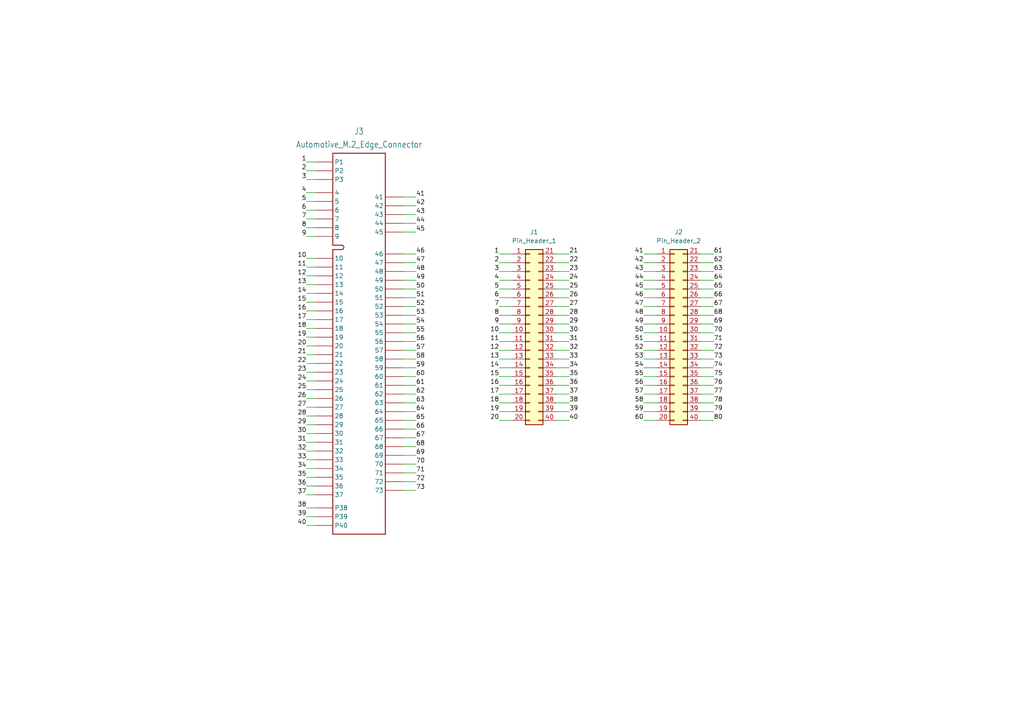
<source format=kicad_sch>
(kicad_sch (version 20230121) (generator eeschema)
  (paper "A4")
  (lib_symbols
    (symbol "Connector_Generic:Conn_02x20_Top_Bottom" (pin_names (offset 1.016) hide)
      (property "Reference" "J" (at 1.27 25.4 0))
      (property "Value" "Conn_02x20_Top_Bottom" (at 1.27 -27.94 0))
      (symbol "Conn_02x20_Top_Bottom_1_1"
        (rectangle (start -1.27 -25.273) (end 0 -25.527) (stroke (width 0.1524)))
        (rectangle (start -1.27 -22.733) (end 0 -22.987) (stroke (width 0.1524)))
        (rectangle (start -1.27 -20.193) (end 0 -20.447) (stroke (width 0.1524)))
        (rectangle (start -1.27 -17.653) (end 0 -17.907) (stroke (width 0.1524)))
        (rectangle (start -1.27 -15.113) (end 0 -15.367) (stroke (width 0.1524)))
        (rectangle (start -1.27 -12.573) (end 0 -12.827) (stroke (width 0.1524)))
        (rectangle (start -1.27 -10.033) (end 0 -10.287) (stroke (width 0.1524)))
        (rectangle (start -1.27 -7.493) (end 0 -7.747) (stroke (width 0.1524)))
        (rectangle (start -1.27 -4.953) (end 0 -5.207) (stroke (width 0.1524)))
        (rectangle (start -1.27 -2.413) (end 0 -2.667) (stroke (width 0.1524)))
        (rectangle (start -1.27 0.127) (end 0 -0.127) (stroke (width 0.1524)))
        (rectangle (start -1.27 2.667) (end 0 2.413) (stroke (width 0.1524)))
        (rectangle (start -1.27 5.207) (end 0 4.953) (stroke (width 0.1524)))
        (rectangle (start -1.27 7.747) (end 0 7.493) (stroke (width 0.1524)))
        (rectangle (start -1.27 10.287) (end 0 10.033) (stroke (width 0.1524)))
        (rectangle (start -1.27 12.827) (end 0 12.573) (stroke (width 0.1524)))
        (rectangle (start -1.27 15.367) (end 0 15.113) (stroke (width 0.1524)))
        (rectangle (start -1.27 17.907) (end 0 17.653) (stroke (width 0.1524)))
        (rectangle (start -1.27 20.447) (end 0 20.193) (stroke (width 0.1524)))
        (rectangle (start -1.27 22.987) (end 0 22.733) (stroke (width 0.1524)))
        (rectangle (start -1.27 24.13) (end 3.81 -26.67) (stroke (width 0.254)) (fill (type background)))
        (rectangle (start 3.81 -25.273) (end 2.54 -25.527) (stroke (width 0.1524)))
        (rectangle (start 3.81 -22.733) (end 2.54 -22.987) (stroke (width 0.1524)))
        (rectangle (start 3.81 -20.193) (end 2.54 -20.447) (stroke (width 0.1524)))
        (rectangle (start 3.81 -17.653) (end 2.54 -17.907) (stroke (width 0.1524)))
        (rectangle (start 3.81 -15.113) (end 2.54 -15.367) (stroke (width 0.1524)))
        (rectangle (start 3.81 -12.573) (end 2.54 -12.827) (stroke (width 0.1524)))
        (rectangle (start 3.81 -10.033) (end 2.54 -10.287) (stroke (width 0.1524)))
        (rectangle (start 3.81 -7.493) (end 2.54 -7.747) (stroke (width 0.1524)))
        (rectangle (start 3.81 -4.953) (end 2.54 -5.207) (stroke (width 0.1524)))
        (rectangle (start 3.81 -2.413) (end 2.54 -2.667) (stroke (width 0.1524)))
        (rectangle (start 3.81 0.127) (end 2.54 -0.127) (stroke (width 0.1524)))
        (rectangle (start 3.81 2.667) (end 2.54 2.413) (stroke (width 0.1524)))
        (rectangle (start 3.81 5.207) (end 2.54 4.953) (stroke (width 0.1524)))
        (rectangle (start 3.81 7.747) (end 2.54 7.493) (stroke (width 0.1524)))
        (rectangle (start 3.81 10.287) (end 2.54 10.033) (stroke (width 0.1524)))
        (rectangle (start 3.81 12.827) (end 2.54 12.573) (stroke (width 0.1524)))
        (rectangle (start 3.81 15.367) (end 2.54 15.113) (stroke (width 0.1524)))
        (rectangle (start 3.81 17.907) (end 2.54 17.653) (stroke (width 0.1524)))
        (rectangle (start 3.81 20.447) (end 2.54 20.193) (stroke (width 0.1524)))
        (rectangle (start 3.81 22.987) (end 2.54 22.733) (stroke (width 0.1524)))
        (pin passive line (at -5.08 22.86 0) (length 3.81) (name "Pin_1") (number "1"))
        (pin passive line (at -5.08 0 0) (length 3.81) (name "Pin_10") (number "10"))
        (pin passive line (at -5.08 -2.54 0) (length 3.81) (name "Pin_11") (number "11"))
        (pin passive line (at -5.08 -5.08 0) (length 3.81) (name "Pin_12") (number "12"))
        (pin passive line (at -5.08 -7.62 0) (length 3.81) (name "Pin_13") (number "13"))
        (pin passive line (at -5.08 -10.16 0) (length 3.81) (name "Pin_14") (number "14"))
        (pin passive line (at -5.08 -12.7 0) (length 3.81) (name "Pin_15") (number "15"))
        (pin passive line (at -5.08 -15.24 0) (length 3.81) (name "Pin_16") (number "16"))
        (pin passive line (at -5.08 -17.78 0) (length 3.81) (name "Pin_17") (number "17"))
        (pin passive line (at -5.08 -20.32 0) (length 3.81) (name "Pin_18") (number "18"))
        (pin passive line (at -5.08 -22.86 0) (length 3.81) (name "Pin_19") (number "19"))
        (pin passive line (at -5.08 20.32 0) (length 3.81) (name "Pin_2") (number "2"))
        (pin passive line (at -5.08 -25.4 0) (length 3.81) (name "Pin_20") (number "20"))
        (pin passive line (at 7.62 22.86 180) (length 3.81) (name "Pin_21") (number "21"))
        (pin passive line (at 7.62 20.32 180) (length 3.81) (name "Pin_22") (number "22"))
        (pin passive line (at 7.62 17.78 180) (length 3.81) (name "Pin_23") (number "23"))
        (pin passive line (at 7.62 15.24 180) (length 3.81) (name "Pin_24") (number "24"))
        (pin passive line (at 7.62 12.7 180) (length 3.81) (name "Pin_25") (number "25"))
        (pin passive line (at 7.62 10.16 180) (length 3.81) (name "Pin_26") (number "26"))
        (pin passive line (at 7.62 7.62 180) (length 3.81) (name "Pin_27") (number "27"))
        (pin passive line (at 7.62 5.08 180) (length 3.81) (name "Pin_28") (number "28"))
        (pin passive line (at 7.62 2.54 180) (length 3.81) (name "Pin_29") (number "29"))
        (pin passive line (at -5.08 17.78 0) (length 3.81) (name "Pin_3") (number "3"))
        (pin passive line (at 7.62 0 180) (length 3.81) (name "Pin_30") (number "30"))
        (pin passive line (at 7.62 -2.54 180) (length 3.81) (name "Pin_31") (number "31"))
        (pin passive line (at 7.62 -5.08 180) (length 3.81) (name "Pin_32") (number "32"))
        (pin passive line (at 7.62 -7.62 180) (length 3.81) (name "Pin_33") (number "33"))
        (pin passive line (at 7.62 -10.16 180) (length 3.81) (name "Pin_34") (number "34"))
        (pin passive line (at 7.62 -12.7 180) (length 3.81) (name "Pin_35") (number "35"))
        (pin passive line (at 7.62 -15.24 180) (length 3.81) (name "Pin_36") (number "36"))
        (pin passive line (at 7.62 -17.78 180) (length 3.81) (name "Pin_37") (number "37"))
        (pin passive line (at 7.62 -20.32 180) (length 3.81) (name "Pin_38") (number "38"))
        (pin passive line (at 7.62 -22.86 180) (length 3.81) (name "Pin_39") (number "39"))
        (pin passive line (at -5.08 15.24 0) (length 3.81) (name "Pin_4") (number "4"))
        (pin passive line (at 7.62 -25.4 180) (length 3.81) (name "Pin_40") (number "40"))
        (pin passive line (at -5.08 12.7 0) (length 3.81) (name "Pin_5") (number "5"))
        (pin passive line (at -5.08 10.16 0) (length 3.81) (name "Pin_6") (number "6"))
        (pin passive line (at -5.08 7.62 0) (length 3.81) (name "Pin_7") (number "7"))
        (pin passive line (at -5.08 5.08 0) (length 3.81) (name "Pin_8") (number "8"))
        (pin passive line (at -5.08 2.54 0) (length 3.81) (name "Pin_9") (number "9"))
      )
    )
    (symbol "formula:Automotive_M.2_Edge_Connector"
      (property "Reference" "J?" (at 1.27 49.53 0))
      (property "Value" "Automotive_M.2_Edge_Connector" (at 7.62 45.72 0))
      (symbol "Automotive_M.2_Edge_Connector_0_1"
        (arc (start -5.0436 15.2415) (mid -4.4198 15.8765) (end -5.0436 16.5115) (stroke (width 0.25)))
        (polyline (pts (xy -7.62 15.24) (xy -5.08 15.24)) (stroke (width 0.25)))
        (polyline (pts (xy -7.62 16.51) (xy -5.08 16.51)) (stroke (width 0.25)))
        (polyline (pts (xy -7.62 43.18) (xy -7.62 16.51)) (stroke (width 0.25)))
        (polyline (pts (xy 7.62 -67.31) (xy -7.62 -67.31)) (stroke (width 0.25)))
      )
      (symbol "Automotive_M.2_Edge_Connector_1_0"
        (polyline (pts (xy -7.62 -67.31) (xy -7.62 15.24)) (stroke (width 0.254)))
        (polyline (pts (xy 7.62 43.18) (xy -7.62 43.18)) (stroke (width 0.254)))
        (polyline (pts (xy 7.62 43.18) (xy 7.62 -67.31)) (stroke (width 0.254)))
        (pin bidirectional line (at -12.7 12.7 0) (length 5.08) (name "10") (number "10"))
        (pin bidirectional line (at -12.7 10.16 0) (length 5.08) (name "11") (number "11"))
        (pin bidirectional line (at -12.7 7.62 0) (length 5.08) (name "12") (number "12"))
        (pin bidirectional line (at -12.7 5.08 0) (length 5.08) (name "13") (number "13"))
        (pin bidirectional line (at -12.7 2.54 0) (length 5.08) (name "14") (number "14"))
        (pin bidirectional line (at -12.7 0 0) (length 5.08) (name "15") (number "15"))
        (pin bidirectional line (at -12.7 -2.54 0) (length 5.08) (name "16") (number "16"))
        (pin bidirectional line (at -12.7 -5.08 0) (length 5.08) (name "17") (number "17"))
        (pin bidirectional line (at -12.7 -7.62 0) (length 5.08) (name "18") (number "18"))
        (pin bidirectional line (at -12.7 -10.16 0) (length 5.08) (name "19") (number "19"))
        (pin bidirectional line (at -12.7 -12.7 0) (length 5.08) (name "20") (number "20"))
        (pin bidirectional line (at -12.7 -15.24 0) (length 5.08) (name "21") (number "21"))
        (pin bidirectional line (at -12.7 -17.78 0) (length 5.08) (name "22") (number "22"))
        (pin bidirectional line (at -12.7 -20.32 0) (length 5.08) (name "23") (number "23"))
        (pin bidirectional line (at -12.7 -22.86 0) (length 5.08) (name "24") (number "24"))
        (pin bidirectional line (at -12.7 -25.4 0) (length 5.08) (name "25") (number "25"))
        (pin bidirectional line (at -12.7 -27.94 0) (length 5.08) (name "26") (number "26"))
        (pin bidirectional line (at -12.7 -30.48 0) (length 5.08) (name "27") (number "27"))
        (pin bidirectional line (at -12.7 -33.02 0) (length 5.08) (name "28") (number "28"))
        (pin bidirectional line (at -12.7 -35.56 0) (length 5.08) (name "29") (number "29"))
        (pin bidirectional line (at -12.7 -38.1 0) (length 5.08) (name "30") (number "30"))
        (pin bidirectional line (at -12.7 -40.64 0) (length 5.08) (name "31") (number "31"))
        (pin bidirectional line (at -12.7 -43.18 0) (length 5.08) (name "32") (number "32"))
        (pin bidirectional line (at -12.7 -45.72 0) (length 5.08) (name "33") (number "33"))
        (pin bidirectional line (at -12.7 -48.26 0) (length 5.08) (name "34") (number "34"))
        (pin bidirectional line (at -12.7 -50.8 0) (length 5.08) (name "35") (number "35"))
        (pin bidirectional line (at -12.7 -53.34 0) (length 5.08) (name "36") (number "36"))
        (pin bidirectional line (at -12.7 -55.88 0) (length 5.08) (name "37") (number "37"))
        (pin bidirectional line (at -12.7 31.75 0) (length 5.08) (name "4") (number "4"))
        (pin bidirectional line (at 12.7 30.48 180) (length 5.08) (name "41") (number "41"))
        (pin bidirectional line (at 12.7 27.94 180) (length 5.08) (name "42") (number "42"))
        (pin bidirectional line (at 12.7 25.4 180) (length 5.08) (name "43") (number "43"))
        (pin bidirectional line (at 12.7 22.86 180) (length 5.08) (name "44") (number "44"))
        (pin bidirectional line (at 12.7 20.32 180) (length 5.08) (name "45") (number "45"))
        (pin bidirectional line (at 12.7 13.97 180) (length 5.08) (name "46") (number "46"))
        (pin bidirectional line (at 12.7 11.43 180) (length 5.08) (name "47") (number "47"))
        (pin bidirectional line (at 12.7 8.89 180) (length 5.08) (name "48") (number "48"))
        (pin bidirectional line (at 12.7 6.35 180) (length 5.08) (name "49") (number "49"))
        (pin bidirectional line (at -12.7 29.21 0) (length 5.08) (name "5") (number "5"))
        (pin bidirectional line (at 12.7 3.81 180) (length 5.08) (name "50") (number "50"))
        (pin bidirectional line (at 12.7 1.27 180) (length 5.08) (name "51") (number "51"))
        (pin bidirectional line (at 12.7 -1.27 180) (length 5.08) (name "52") (number "52"))
        (pin bidirectional line (at 12.7 -3.81 180) (length 5.08) (name "53") (number "53"))
        (pin bidirectional line (at 12.7 -6.35 180) (length 5.08) (name "54") (number "54"))
        (pin bidirectional line (at 12.7 -8.89 180) (length 5.08) (name "55") (number "55"))
        (pin bidirectional line (at 12.7 -11.43 180) (length 5.08) (name "56") (number "56"))
        (pin bidirectional line (at 12.7 -13.97 180) (length 5.08) (name "57") (number "57"))
        (pin bidirectional line (at 12.7 -16.51 180) (length 5.08) (name "58") (number "58"))
        (pin bidirectional line (at 12.7 -19.05 180) (length 5.08) (name "59") (number "59"))
        (pin bidirectional line (at -12.7 26.67 0) (length 5.08) (name "6") (number "6"))
        (pin bidirectional line (at 12.7 -21.59 180) (length 5.08) (name "60") (number "60"))
        (pin bidirectional line (at 12.7 -24.13 180) (length 5.08) (name "61") (number "61"))
        (pin bidirectional line (at 12.7 -26.67 180) (length 5.08) (name "62") (number "62"))
        (pin bidirectional line (at 12.7 -29.21 180) (length 5.08) (name "63") (number "63"))
        (pin bidirectional line (at 12.7 -31.75 180) (length 5.08) (name "64") (number "64"))
        (pin bidirectional line (at 12.7 -34.29 180) (length 5.08) (name "65") (number "65"))
        (pin bidirectional line (at 12.7 -36.83 180) (length 5.08) (name "66") (number "66"))
        (pin bidirectional line (at 12.7 -39.37 180) (length 5.08) (name "67") (number "67"))
        (pin bidirectional line (at 12.7 -41.91 180) (length 5.08) (name "68") (number "68"))
        (pin bidirectional line (at 12.7 -44.45 180) (length 5.08) (name "69") (number "69"))
        (pin bidirectional line (at -12.7 24.13 0) (length 5.08) (name "7") (number "7"))
        (pin bidirectional line (at 12.7 -46.99 180) (length 5.08) (name "70") (number "70"))
        (pin bidirectional line (at 12.7 -49.53 180) (length 5.08) (name "71") (number "71"))
        (pin bidirectional line (at 12.7 -52.07 180) (length 5.08) (name "72") (number "72"))
        (pin bidirectional line (at 12.7 -54.61 180) (length 5.08) (name "73") (number "73"))
        (pin bidirectional line (at -12.7 21.59 0) (length 5.08) (name "8") (number "8"))
        (pin bidirectional line (at -12.7 19.05 0) (length 5.08) (name "9") (number "9"))
        (pin bidirectional line (at -12.7 40.64 0) (length 5.08) (name "P1") (number "P1"))
        (pin bidirectional line (at -12.7 38.1 0) (length 5.08) (name "P2") (number "P2"))
        (pin bidirectional line (at -12.7 35.56 0) (length 5.08) (name "P3") (number "P3"))
        (pin bidirectional line (at -12.7 -59.69 0) (length 5.08) (name "P38") (number "P38"))
        (pin bidirectional line (at -12.7 -62.23 0) (length 5.08) (name "P39") (number "P39"))
        (pin bidirectional line (at -12.7 -64.77 0) (length 5.08) (name "P40") (number "P40"))
      )
    )
  )
  (wire (pts (xy 116.84 127) (xy 120.65 127)))
  (wire (pts (xy 88.9 113.03) (xy 91.44 113.03)))
  (wire (pts (xy 186.69 73.66) (xy 190.5 73.66)))
  (wire (pts (xy 120.65 62.23) (xy 116.84 62.23)))
  (wire (pts (xy 144.78 93.98) (xy 148.59 93.98)))
  (wire (pts (xy 203.2 76.2) (xy 207.01 76.2)))
  (wire (pts (xy 161.29 101.6) (xy 165.1 101.6)))
  (wire (pts (xy 203.2 91.44) (xy 207.01 91.44)))
  (wire (pts (xy 144.78 83.82) (xy 148.59 83.82)))
  (wire (pts (xy 88.9 125.73) (xy 91.44 125.73)))
  (wire (pts (xy 88.9 95.25) (xy 91.44 95.25)))
  (wire (pts (xy 144.78 106.68) (xy 148.59 106.68)))
  (wire (pts (xy 203.2 93.98) (xy 207.01 93.98)))
  (wire (pts (xy 203.2 106.68) (xy 207.01 106.68)))
  (wire (pts (xy 120.65 59.69) (xy 116.84 59.69)))
  (wire (pts (xy 120.65 93.98) (xy 116.84 93.98)))
  (wire (pts (xy 161.29 73.66) (xy 165.1 73.66)))
  (wire (pts (xy 203.2 78.74) (xy 207.01 78.74)))
  (wire (pts (xy 144.78 73.66) (xy 148.59 73.66)))
  (wire (pts (xy 161.29 78.74) (xy 165.1 78.74)))
  (wire (pts (xy 144.78 81.28) (xy 148.59 81.28)))
  (wire (pts (xy 186.69 119.38) (xy 190.5 119.38)))
  (wire (pts (xy 88.9 92.71) (xy 91.44 92.71)))
  (wire (pts (xy 88.9 118.11) (xy 91.44 118.11)))
  (wire (pts (xy 116.84 119.38) (xy 120.65 119.38)))
  (wire (pts (xy 88.9 49.53) (xy 91.44 49.53)))
  (wire (pts (xy 186.69 111.76) (xy 190.5 111.76)))
  (wire (pts (xy 88.9 147.32) (xy 91.44 147.32)))
  (wire (pts (xy 116.84 116.84) (xy 120.65 116.84)))
  (wire (pts (xy 88.9 140.97) (xy 91.44 140.97)))
  (wire (pts (xy 144.78 111.76) (xy 148.59 111.76)))
  (wire (pts (xy 88.9 85.09) (xy 91.44 85.09)))
  (wire (pts (xy 116.84 121.92) (xy 120.65 121.92)))
  (wire (pts (xy 120.65 76.2) (xy 116.84 76.2)))
  (wire (pts (xy 161.29 91.44) (xy 165.1 91.44)))
  (wire (pts (xy 203.2 73.66) (xy 207.01 73.66)))
  (wire (pts (xy 186.69 101.6) (xy 190.5 101.6)))
  (wire (pts (xy 203.2 88.9) (xy 207.01 88.9)))
  (wire (pts (xy 88.9 97.79) (xy 91.44 97.79)))
  (wire (pts (xy 161.29 116.84) (xy 165.1 116.84)))
  (wire (pts (xy 88.9 74.93) (xy 91.44 74.93)))
  (wire (pts (xy 88.9 87.63) (xy 91.44 87.63)))
  (wire (pts (xy 203.2 111.76) (xy 207.01 111.76)))
  (wire (pts (xy 203.2 104.14) (xy 207.01 104.14)))
  (wire (pts (xy 144.78 86.36) (xy 148.59 86.36)))
  (wire (pts (xy 186.69 86.36) (xy 190.5 86.36)))
  (wire (pts (xy 161.29 111.76) (xy 165.1 111.76)))
  (wire (pts (xy 161.29 83.82) (xy 165.1 83.82)))
  (wire (pts (xy 203.2 114.3) (xy 207.01 114.3)))
  (wire (pts (xy 120.65 104.14) (xy 116.84 104.14)))
  (wire (pts (xy 116.84 137.16) (xy 120.65 137.16)))
  (wire (pts (xy 120.65 81.28) (xy 116.84 81.28)))
  (wire (pts (xy 161.29 104.14) (xy 165.1 104.14)))
  (wire (pts (xy 88.9 138.43) (xy 91.44 138.43)))
  (wire (pts (xy 144.78 91.44) (xy 148.59 91.44)))
  (wire (pts (xy 88.9 135.89) (xy 91.44 135.89)))
  (wire (pts (xy 88.9 120.65) (xy 91.44 120.65)))
  (wire (pts (xy 120.65 73.66) (xy 116.84 73.66)))
  (wire (pts (xy 144.78 88.9) (xy 148.59 88.9)))
  (wire (pts (xy 186.69 78.74) (xy 190.5 78.74)))
  (wire (pts (xy 203.2 83.82) (xy 207.01 83.82)))
  (wire (pts (xy 116.84 139.7) (xy 120.65 139.7)))
  (wire (pts (xy 116.84 132.08) (xy 120.65 132.08)))
  (wire (pts (xy 161.29 86.36) (xy 165.1 86.36)))
  (wire (pts (xy 186.69 91.44) (xy 190.5 91.44)))
  (wire (pts (xy 88.9 52.07) (xy 91.44 52.07)))
  (wire (pts (xy 88.9 90.17) (xy 91.44 90.17)))
  (wire (pts (xy 186.69 116.84) (xy 190.5 116.84)))
  (wire (pts (xy 203.2 96.52) (xy 207.01 96.52)))
  (wire (pts (xy 203.2 99.06) (xy 207.01 99.06)))
  (wire (pts (xy 161.29 76.2) (xy 165.1 76.2)))
  (wire (pts (xy 116.84 111.76) (xy 120.65 111.76)))
  (wire (pts (xy 186.69 104.14) (xy 190.5 104.14)))
  (wire (pts (xy 88.9 107.95) (xy 91.44 107.95)))
  (wire (pts (xy 186.69 83.82) (xy 190.5 83.82)))
  (wire (pts (xy 88.9 133.35) (xy 91.44 133.35)))
  (wire (pts (xy 186.69 88.9) (xy 190.5 88.9)))
  (wire (pts (xy 203.2 116.84) (xy 207.01 116.84)))
  (wire (pts (xy 88.9 60.96) (xy 91.44 60.96)))
  (wire (pts (xy 186.69 76.2) (xy 190.5 76.2)))
  (wire (pts (xy 144.78 76.2) (xy 148.59 76.2)))
  (wire (pts (xy 88.9 80.01) (xy 91.44 80.01)))
  (wire (pts (xy 120.65 78.74) (xy 116.84 78.74)))
  (wire (pts (xy 161.29 88.9) (xy 165.1 88.9)))
  (wire (pts (xy 120.65 101.6) (xy 116.84 101.6)))
  (wire (pts (xy 120.65 88.9) (xy 116.84 88.9)))
  (wire (pts (xy 203.2 81.28) (xy 207.01 81.28)))
  (wire (pts (xy 120.65 96.52) (xy 116.84 96.52)))
  (wire (pts (xy 88.9 58.42) (xy 91.44 58.42)))
  (wire (pts (xy 88.9 82.55) (xy 91.44 82.55)))
  (wire (pts (xy 203.2 109.22) (xy 207.01 109.22)))
  (wire (pts (xy 120.65 99.06) (xy 116.84 99.06)))
  (wire (pts (xy 161.29 106.68) (xy 165.1 106.68)))
  (wire (pts (xy 144.78 101.6) (xy 148.59 101.6)))
  (wire (pts (xy 203.2 86.36) (xy 207.01 86.36)))
  (wire (pts (xy 144.78 109.22) (xy 148.59 109.22)))
  (wire (pts (xy 144.78 121.92) (xy 148.59 121.92)))
  (wire (pts (xy 88.9 63.5) (xy 91.44 63.5)))
  (wire (pts (xy 161.29 81.28) (xy 165.1 81.28)))
  (wire (pts (xy 120.65 106.68) (xy 116.84 106.68)))
  (wire (pts (xy 88.9 102.87) (xy 91.44 102.87)))
  (wire (pts (xy 120.65 109.22) (xy 116.84 109.22)))
  (wire (pts (xy 161.29 96.52) (xy 165.1 96.52)))
  (wire (pts (xy 116.84 142.24) (xy 120.65 142.24)))
  (wire (pts (xy 186.69 109.22) (xy 190.5 109.22)))
  (wire (pts (xy 88.9 128.27) (xy 91.44 128.27)))
  (wire (pts (xy 161.29 119.38) (xy 165.1 119.38)))
  (wire (pts (xy 161.29 99.06) (xy 165.1 99.06)))
  (wire (pts (xy 88.9 55.88) (xy 91.44 55.88)))
  (wire (pts (xy 116.84 114.3) (xy 120.65 114.3)))
  (wire (pts (xy 88.9 105.41) (xy 91.44 105.41)))
  (wire (pts (xy 88.9 46.99) (xy 91.44 46.99)))
  (wire (pts (xy 88.9 149.86) (xy 91.44 149.86)))
  (wire (pts (xy 144.78 99.06) (xy 148.59 99.06)))
  (wire (pts (xy 116.84 129.54) (xy 120.65 129.54)))
  (wire (pts (xy 203.2 121.92) (xy 207.01 121.92)))
  (wire (pts (xy 144.78 104.14) (xy 148.59 104.14)))
  (wire (pts (xy 120.65 67.31) (xy 116.84 67.31)))
  (wire (pts (xy 144.78 78.74) (xy 148.59 78.74)))
  (wire (pts (xy 186.69 96.52) (xy 190.5 96.52)))
  (wire (pts (xy 203.2 119.38) (xy 207.01 119.38)))
  (wire (pts (xy 88.9 68.58) (xy 91.44 68.58)))
  (wire (pts (xy 161.29 114.3) (xy 165.1 114.3)))
  (wire (pts (xy 120.65 91.44) (xy 116.84 91.44)))
  (wire (pts (xy 161.29 121.92) (xy 165.1 121.92)))
  (wire (pts (xy 88.9 66.04) (xy 91.44 66.04)))
  (wire (pts (xy 88.9 100.33) (xy 91.44 100.33)))
  (wire (pts (xy 116.84 124.46) (xy 120.65 124.46)))
  (wire (pts (xy 88.9 115.57) (xy 91.44 115.57)))
  (wire (pts (xy 88.9 110.49) (xy 91.44 110.49)))
  (wire (pts (xy 88.9 77.47) (xy 91.44 77.47)))
  (wire (pts (xy 116.84 134.62) (xy 120.65 134.62)))
  (wire (pts (xy 120.65 86.36) (xy 116.84 86.36)))
  (wire (pts (xy 88.9 152.4) (xy 91.44 152.4)))
  (wire (pts (xy 161.29 109.22) (xy 165.1 109.22)))
  (wire (pts (xy 186.69 114.3) (xy 190.5 114.3)))
  (wire (pts (xy 203.2 101.6) (xy 207.01 101.6)))
  (wire (pts (xy 144.78 114.3) (xy 148.59 114.3)))
  (wire (pts (xy 120.65 83.82) (xy 116.84 83.82)))
  (wire (pts (xy 120.65 64.77) (xy 116.84 64.77)))
  (wire (pts (xy 120.65 57.15) (xy 116.84 57.15)))
  (wire (pts (xy 144.78 116.84) (xy 148.59 116.84)))
  (wire (pts (xy 88.9 130.81) (xy 91.44 130.81)))
  (wire (pts (xy 88.9 123.19) (xy 91.44 123.19)))
  (wire (pts (xy 186.69 99.06) (xy 190.5 99.06)))
  (wire (pts (xy 186.69 81.28) (xy 190.5 81.28)))
  (wire (pts (xy 186.69 121.92) (xy 190.5 121.92)))
  (wire (pts (xy 186.69 106.68) (xy 190.5 106.68)))
  (wire (pts (xy 144.78 96.52) (xy 148.59 96.52)))
  (wire (pts (xy 186.69 93.98) (xy 190.5 93.98)))
  (wire (pts (xy 88.9 143.51) (xy 91.44 143.51)))
  (wire (pts (xy 144.78 119.38) (xy 148.59 119.38)))
  (wire (pts (xy 161.29 93.98) (xy 165.1 93.98)))
  (label "19" (at 144.78 119.38 180))
  (label "71" (at 120.65 137.16 0))
  (label "8" (at 144.78 91.44 180))
  (label "69" (at 120.65 132.08 0))
  (label "15" (at 88.9 87.63 180))
  (label "54" (at 120.65 93.98 0))
  (label "16" (at 88.9 90.17 180))
  (label "34" (at 88.9 135.89 180))
  (label "71" (at 207.01 99.06 0))
  (label "9" (at 144.78 93.98 180))
  (label "27" (at 165.1 88.9 0))
  (label "58" (at 120.65 104.14 0))
  (label "37" (at 165.1 114.3 0))
  (label "17" (at 144.78 114.3 180))
  (label "34" (at 165.1 106.68 0))
  (label "58" (at 186.69 116.84 180))
  (label "56" (at 120.65 99.06 0))
  (label "18" (at 88.9 95.25 180))
  (label "7" (at 144.78 88.9 180))
  (label "57" (at 120.65 101.6 0))
  (label "47" (at 120.65 76.2 0))
  (label "23" (at 88.9 107.95 180))
  (label "62" (at 207.01 76.2 0))
  (label "68" (at 207.01 91.44 0))
  (label "25" (at 165.1 83.82 0))
  (label "12" (at 144.78 101.6 180))
  (label "20" (at 88.9 100.33 180))
  (label "23" (at 165.1 78.74 0))
  (label "33" (at 88.9 133.35 180))
  (label "7" (at 88.9 63.5 180))
  (label "42" (at 120.65 59.69 0))
  (label "39" (at 88.9 149.86 180))
  (label "5" (at 144.78 83.82 180))
  (label "68" (at 120.65 129.54 0))
  (label "65" (at 207.01 83.82 0))
  (label "18" (at 144.78 116.84 180))
  (label "42" (at 186.69 76.2 180))
  (label "52" (at 186.69 101.6 180))
  (label "10" (at 88.9 74.93 180))
  (label "67" (at 207.01 88.9 0))
  (label "44" (at 186.69 81.28 180))
  (label "36" (at 165.1 111.76 0))
  (label "77" (at 207.01 114.3 0))
  (label "26" (at 88.9 115.57 180))
  (label "14" (at 144.78 106.68 180))
  (label "27" (at 88.9 118.11 180))
  (label "1" (at 144.78 73.66 180))
  (label "47" (at 186.69 88.9 180))
  (label "1" (at 88.9 46.99 180))
  (label "56" (at 186.69 111.76 180))
  (label "60" (at 186.69 121.92 180))
  (label "45" (at 186.69 83.82 180))
  (label "28" (at 88.9 120.65 180))
  (label "32" (at 165.1 101.6 0))
  (label "30" (at 88.9 125.73 180))
  (label "36" (at 88.9 140.97 180))
  (label "9" (at 88.9 68.58 180))
  (label "61" (at 207.01 73.66 0))
  (label "72" (at 207.01 101.6 0))
  (label "20" (at 144.78 121.92 180))
  (label "70" (at 207.01 96.52 0))
  (label "4" (at 88.9 55.88 180))
  (label "46" (at 186.69 86.36 180))
  (label "73" (at 207.01 104.14 0))
  (label "19" (at 88.9 97.79 180))
  (label "24" (at 165.1 81.28 0))
  (label "16" (at 144.78 111.76 180))
  (label "31" (at 165.1 99.06 0))
  (label "37" (at 88.9 143.51 180))
  (label "66" (at 207.01 86.36 0))
  (label "5" (at 88.9 58.42 180))
  (label "11" (at 88.9 77.47 180))
  (label "3" (at 144.78 78.74 180))
  (label "57" (at 186.69 114.3 180))
  (label "64" (at 120.65 119.38 0))
  (label "8" (at 88.9 66.04 180))
  (label "21" (at 165.1 73.66 0))
  (label "66" (at 120.65 124.46 0))
  (label "54" (at 186.69 106.68 180))
  (label "40" (at 88.9 152.4 180))
  (label "22" (at 88.9 105.41 180))
  (label "13" (at 88.9 82.55 180))
  (label "64" (at 207.01 81.28 0))
  (label "72" (at 120.65 139.7 0))
  (label "39" (at 165.1 119.38 0))
  (label "69" (at 207.01 93.98 0))
  (label "2" (at 88.9 49.53 180))
  (label "6" (at 88.9 60.96 180))
  (label "62" (at 120.65 114.3 0))
  (label "49" (at 120.65 81.28 0))
  (label "46" (at 120.65 73.66 0))
  (label "73" (at 120.65 142.24 0))
  (label "51" (at 120.65 86.36 0))
  (label "38" (at 165.1 116.84 0))
  (label "24" (at 88.9 110.49 180))
  (label "26" (at 165.1 86.36 0))
  (label "53" (at 186.69 104.14 180))
  (label "48" (at 186.69 91.44 180))
  (label "30" (at 165.1 96.52 0))
  (label "59" (at 186.69 119.38 180))
  (label "15" (at 144.78 109.22 180))
  (label "41" (at 120.65 57.15 0))
  (label "75" (at 207.01 109.22 0))
  (label "31" (at 88.9 128.27 180))
  (label "79" (at 207.01 119.38 0))
  (label "2" (at 144.78 76.2 180))
  (label "10" (at 144.78 96.52 180))
  (label "17" (at 88.9 92.71 180))
  (label "63" (at 120.65 116.84 0))
  (label "45" (at 120.65 67.31 0))
  (label "40" (at 165.1 121.92 0))
  (label "32" (at 88.9 130.81 180))
  (label "38" (at 88.9 147.32 180))
  (label "43" (at 120.65 62.23 0))
  (label "28" (at 165.1 91.44 0))
  (label "50" (at 120.65 83.82 0))
  (label "55" (at 186.69 109.22 180))
  (label "59" (at 120.65 106.68 0))
  (label "14" (at 88.9 85.09 180))
  (label "49" (at 186.69 93.98 180))
  (label "50" (at 186.69 96.52 180))
  (label "63" (at 207.01 78.74 0))
  (label "52" (at 120.65 88.9 0))
  (label "6" (at 144.78 86.36 180))
  (label "3" (at 88.9 52.07 180))
  (label "78" (at 207.01 116.84 0))
  (label "4" (at 144.78 81.28 180))
  (label "44" (at 120.65 64.77 0))
  (label "65" (at 120.65 121.92 0))
  (label "33" (at 165.1 104.14 0))
  (label "29" (at 165.1 93.98 0))
  (label "74" (at 207.01 106.68 0))
  (label "35" (at 88.9 138.43 180))
  (label "43" (at 186.69 78.74 180))
  (label "25" (at 88.9 113.03 180))
  (label "61" (at 120.65 111.76 0))
  (label "13" (at 144.78 104.14 180))
  (label "41" (at 186.69 73.66 180))
  (label "76" (at 207.01 111.76 0))
  (label "70" (at 120.65 134.62 0))
  (label "11" (at 144.78 99.06 180))
  (label "60" (at 120.65 109.22 0))
  (label "21" (at 88.9 102.87 180))
  (label "35" (at 165.1 109.22 0))
  (label "29" (at 88.9 123.19 180))
  (label "51" (at 186.69 99.06 180))
  (label "55" (at 120.65 96.52 0))
  (label "67" (at 120.65 127 0))
  (label "53" (at 120.65 91.44 0))
  (label "80" (at 207.01 121.92 0))
  (label "22" (at 165.1 76.2 0))
  (label "48" (at 120.65 78.74 0))
  (label "12" (at 88.9 80.01 180))
  (symbol (lib_id "formula:Automotive_M.2_Edge_Connector") (at 104.14 87.63 0) (unit 1)
    (property "Reference" "J3" (at 104.14 38.1 0) (effects (font (size 1.778 1.5113))))
    (property "Value" "Automotive_M.2_Edge_Connector" (at 104.14 41.91 0) (effects (font (size 1.778 1.5113))))
    (property "Footprint" "footprints:Automotive_M.2_Edge_Connector" (effects hide))
  )
  (symbol (lib_id "Connector_Generic:Conn_02x20_Top_Bottom") (at 195.58 96.52 0) (unit 1)
    (property "Reference" "J2" (at 196.85 67.31 0))
    (property "Value" "Pin_Header_2" (at 196.85 69.85 0))
    (property "Footprint" "Connector_PinSocket_2.54mm:PinSocket_2x20_P2.54mm_Vertical" (effects hide))
  )
  (symbol (lib_id "Connector_Generic:Conn_02x20_Top_Bottom") (at 153.67 96.52 0) (unit 1)
    (property "Reference" "J1" (at 154.94 67.31 0))
    (property "Value" "Pin_Header_1" (at 154.94 69.85 0))
    (property "Footprint" "Connector_PinSocket_2.54mm:PinSocket_2x20_P2.54mm_Vertical" (effects hide))
  )
)
</source>
